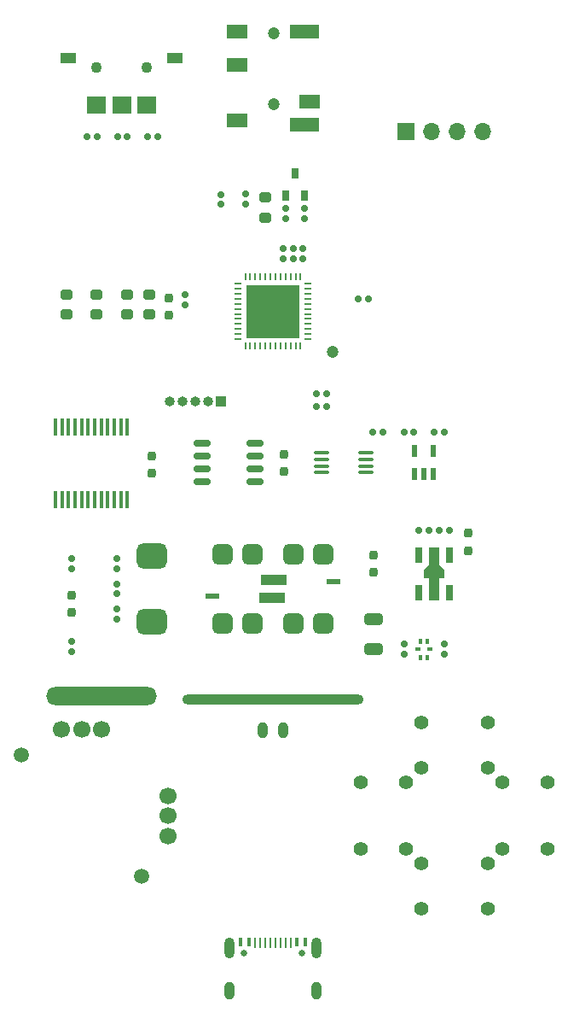
<source format=gts>
G04 #@! TF.GenerationSoftware,KiCad,Pcbnew,7.0.6*
G04 #@! TF.CreationDate,2023-09-14T19:31:32+09:00*
G04 #@! TF.ProjectId,SmaCon,536d6143-6f6e-42e6-9b69-6361645f7063,V2.0*
G04 #@! TF.SameCoordinates,Original*
G04 #@! TF.FileFunction,Soldermask,Top*
G04 #@! TF.FilePolarity,Negative*
%FSLAX46Y46*%
G04 Gerber Fmt 4.6, Leading zero omitted, Abs format (unit mm)*
G04 Created by KiCad (PCBNEW 7.0.6) date 2023-09-14 19:31:32*
%MOMM*%
%LPD*%
G01*
G04 APERTURE LIST*
G04 Aperture macros list*
%AMRoundRect*
0 Rectangle with rounded corners*
0 $1 Rounding radius*
0 $2 $3 $4 $5 $6 $7 $8 $9 X,Y pos of 4 corners*
0 Add a 4 corners polygon primitive as box body*
4,1,4,$2,$3,$4,$5,$6,$7,$8,$9,$2,$3,0*
0 Add four circle primitives for the rounded corners*
1,1,$1+$1,$2,$3*
1,1,$1+$1,$4,$5*
1,1,$1+$1,$6,$7*
1,1,$1+$1,$8,$9*
0 Add four rect primitives between the rounded corners*
20,1,$1+$1,$2,$3,$4,$5,0*
20,1,$1+$1,$4,$5,$6,$7,0*
20,1,$1+$1,$6,$7,$8,$9,0*
20,1,$1+$1,$8,$9,$2,$3,0*%
%AMFreePoly0*
4,1,13,0.900000,0.500000,2.600000,0.500000,2.600000,-0.500000,0.900000,-0.500000,0.400000,-1.000000,-0.400000,-1.000000,-0.400000,-0.500000,-2.600000,-0.500000,-2.600000,0.500000,-0.400000,0.500000,-0.400000,1.000000,0.400000,1.000000,0.900000,0.500000,0.900000,0.500000,$1*%
G04 Aperture macros list end*
%ADD10O,1.000000X1.800000*%
%ADD11C,0.650000*%
%ADD12O,1.000000X2.100000*%
%ADD13R,0.450000X0.940000*%
%ADD14R,0.203200X1.140000*%
%ADD15R,0.800000X0.203200*%
%ADD16R,0.203200X0.800000*%
%ADD17R,5.300000X5.300000*%
%ADD18RoundRect,0.150000X-0.150000X0.150000X-0.150000X-0.150000X0.150000X-0.150000X0.150000X0.150000X0*%
%ADD19RoundRect,0.200000X-0.200000X0.250000X-0.200000X-0.250000X0.200000X-0.250000X0.200000X0.250000X0*%
%ADD20R,0.800000X1.100000*%
%ADD21RoundRect,0.250000X0.350000X-0.250000X0.350000X0.250000X-0.350000X0.250000X-0.350000X-0.250000X0*%
%ADD22C,1.400000*%
%ADD23RoundRect,0.150000X-0.150000X-0.150000X0.150000X-0.150000X0.150000X0.150000X-0.150000X0.150000X0*%
%ADD24RoundRect,0.150000X0.150000X-0.150000X0.150000X0.150000X-0.150000X0.150000X-0.150000X-0.150000X0*%
%ADD25O,18.000000X1.000000*%
%ADD26RoundRect,0.625000X-0.875000X0.625000X-0.875000X-0.625000X0.875000X-0.625000X0.875000X0.625000X0*%
%ADD27O,11.000000X1.800000*%
%ADD28RoundRect,0.200000X0.200000X-0.250000X0.200000X0.250000X-0.200000X0.250000X-0.200000X-0.250000X0*%
%ADD29RoundRect,0.150000X0.150000X0.150000X-0.150000X0.150000X-0.150000X-0.150000X0.150000X-0.150000X0*%
%ADD30RoundRect,0.500000X0.500000X-0.500000X0.500000X0.500000X-0.500000X0.500000X-0.500000X-0.500000X0*%
%ADD31R,1.400000X0.600000*%
%ADD32R,2.500000X1.000000*%
%ADD33O,1.000000X1.600000*%
%ADD34R,0.700000X1.500000*%
%ADD35FreePoly0,90.000000*%
%ADD36C,1.100000*%
%ADD37R,1.900000X1.800000*%
%ADD38R,1.600000X1.100000*%
%ADD39R,0.500000X1.200000*%
%ADD40R,1.700000X1.700000*%
%ADD41O,1.700000X1.700000*%
%ADD42C,1.200000*%
%ADD43RoundRect,0.075000X-0.650000X-0.075000X0.650000X-0.075000X0.650000X0.075000X-0.650000X0.075000X0*%
%ADD44R,2.000000X1.400000*%
%ADD45R,3.000000X1.400000*%
%ADD46RoundRect,0.250000X-0.650000X0.325000X-0.650000X-0.325000X0.650000X-0.325000X0.650000X0.325000X0*%
%ADD47R,0.300000X1.750000*%
%ADD48R,1.000000X1.000000*%
%ADD49O,1.000000X1.000000*%
%ADD50R,0.300000X0.600000*%
%ADD51R,0.600000X0.300000*%
%ADD52RoundRect,0.150000X0.675000X0.150000X-0.675000X0.150000X-0.675000X-0.150000X0.675000X-0.150000X0*%
%ADD53C,1.500000*%
%ADD54C,1.700000*%
G04 APERTURE END LIST*
D10*
X-4320000Y-97325000D03*
D11*
X-2890000Y-93645000D03*
X2890000Y-93645000D03*
D12*
X4320000Y-93145000D03*
D10*
X4320000Y-97325000D03*
D13*
X-3200000Y-92475000D03*
X-2400000Y-92475000D03*
D14*
X-1250000Y-92575000D03*
X-250000Y-92575000D03*
X250000Y-92575000D03*
X1250000Y-92575000D03*
D13*
X2400000Y-92475000D03*
X3200000Y-92475000D03*
X3200000Y-92475000D03*
X2400000Y-92475000D03*
D14*
X1750000Y-92575000D03*
X750000Y-92575000D03*
X-750000Y-92575000D03*
X-1750000Y-92575000D03*
D13*
X-2400000Y-92475000D03*
X-3200000Y-92475000D03*
D12*
X-4320000Y-93145000D03*
D15*
X3450000Y-32750000D03*
X3450000Y-32250000D03*
X3450000Y-31750000D03*
X3450000Y-31250000D03*
X3450000Y-30750000D03*
X3450000Y-30250000D03*
X3450000Y-29750000D03*
X3450000Y-29250000D03*
X3450000Y-28750000D03*
X3450000Y-28250000D03*
X3450000Y-27750000D03*
X3450000Y-27250000D03*
D16*
X2750000Y-26550000D03*
X2250000Y-26550000D03*
X1750000Y-26550000D03*
X1250000Y-26550000D03*
X750000Y-26550000D03*
X250000Y-26550000D03*
X-250000Y-26550000D03*
X-750000Y-26550000D03*
X-1250000Y-26550000D03*
X-1750000Y-26550000D03*
X-2250000Y-26550000D03*
X-2750000Y-26550000D03*
D15*
X-3450000Y-27250000D03*
X-3450000Y-27750000D03*
X-3450000Y-28250000D03*
X-3450000Y-28750000D03*
X-3450000Y-29250000D03*
X-3450000Y-29750000D03*
X-3450000Y-30250000D03*
X-3450000Y-30750000D03*
X-3450000Y-31250000D03*
X-3450000Y-31750000D03*
X-3450000Y-32250000D03*
X-3450000Y-32750000D03*
D16*
X-2750000Y-33450000D03*
X-2250000Y-33450000D03*
X-1750000Y-33450000D03*
X-1250000Y-33450000D03*
X-750000Y-33450000D03*
X-250000Y-33450000D03*
X250000Y-33450000D03*
X750000Y-33450000D03*
X1250000Y-33450000D03*
X1750000Y-33450000D03*
X2250000Y-33450000D03*
D17*
X0Y-30000000D03*
D16*
X2750000Y-33450000D03*
D18*
X-15500000Y-54500000D03*
X-15500000Y-55500000D03*
D19*
X19400000Y-52000000D03*
X19400000Y-53700000D03*
D20*
X1250000Y-18500000D03*
X3150000Y-18500000D03*
X2200000Y-16300000D03*
D21*
X-17500000Y-30300000D03*
X-17500000Y-28300000D03*
D22*
X13250000Y-76700000D03*
X13250000Y-83300000D03*
X8750000Y-76700000D03*
X8750000Y-83300000D03*
D23*
X16000000Y-42000000D03*
X17000000Y-42000000D03*
D24*
X13000000Y-64000000D03*
X13000000Y-63000000D03*
X1000000Y-24800000D03*
X1000000Y-23800000D03*
D25*
X0Y-68500000D03*
D26*
X-12000000Y-54250000D03*
X-12000000Y-60750000D03*
D22*
X22750000Y-83300000D03*
X22750000Y-76700000D03*
X27250000Y-83300000D03*
X27250000Y-76700000D03*
D19*
X-12000000Y-44350000D03*
X-12000000Y-46050000D03*
D27*
X-17000000Y-68100000D03*
D28*
X-20000000Y-59850000D03*
X-20000000Y-58150000D03*
D23*
X14500000Y-51700000D03*
X15500000Y-51700000D03*
D24*
X-15500000Y-60500000D03*
X-15500000Y-59500000D03*
X2000000Y-24800000D03*
X2000000Y-23800000D03*
D22*
X14700000Y-84750000D03*
X21300000Y-84750000D03*
X14700000Y-89250000D03*
X21300000Y-89250000D03*
D24*
X-20000000Y-63700000D03*
X-20000000Y-62700000D03*
D28*
X-10300000Y-30350000D03*
X-10300000Y-28650000D03*
X1100000Y-45850000D03*
X1100000Y-44150000D03*
D29*
X10900000Y-42000000D03*
X9900000Y-42000000D03*
D30*
X-5000000Y-60900000D03*
X-2000000Y-60900000D03*
X2000000Y-60900000D03*
X5000000Y-60900000D03*
X-5000000Y-54100000D03*
X-2000000Y-54100000D03*
X2000000Y-54100000D03*
X5000000Y-54100000D03*
D31*
X6000000Y-56800000D03*
D32*
X100000Y-56600000D03*
X-100000Y-58400000D03*
D31*
X-6000000Y-58200000D03*
D33*
X-1000000Y-71500000D03*
X1000000Y-71500000D03*
D24*
X1250000Y-20800000D03*
X1250000Y-19800000D03*
X-2700000Y-19350000D03*
X-2700000Y-18350000D03*
D23*
X-12450000Y-12700000D03*
X-11450000Y-12700000D03*
D21*
X-800000Y-20700000D03*
X-800000Y-18700000D03*
D19*
X10000000Y-54150000D03*
X10000000Y-55850000D03*
D34*
X14500000Y-57850000D03*
D35*
X16000000Y-56000000D03*
D34*
X17500000Y-57850000D03*
X17500000Y-54150000D03*
X14500000Y-54150000D03*
D23*
X13000000Y-42000000D03*
X14000000Y-42000000D03*
D36*
X-17500000Y-5800000D03*
X-12500000Y-5800000D03*
D37*
X-17500000Y-9550000D03*
X-15000000Y-9550000D03*
X-12500000Y-9550000D03*
D38*
X-9700000Y-4900000D03*
X-20300000Y-4900000D03*
D39*
X14050000Y-46150000D03*
X15000000Y-46150000D03*
X15950000Y-46150000D03*
X15950000Y-43850000D03*
X14050000Y-43850000D03*
D23*
X4350000Y-39450000D03*
X5350000Y-39450000D03*
X4350000Y-38200000D03*
X5350000Y-38200000D03*
D21*
X-20500000Y-30300000D03*
X-20500000Y-28300000D03*
D40*
X13190000Y-12155000D03*
D41*
X15730000Y-12155000D03*
X18270000Y-12155000D03*
X20810000Y-12155000D03*
D21*
X-12300000Y-30300000D03*
X-12300000Y-28300000D03*
D18*
X-15500000Y-57000000D03*
X-15500000Y-58000000D03*
D42*
X5900000Y-34000000D03*
D18*
X3150000Y-19800000D03*
X3150000Y-20800000D03*
D43*
X4850000Y-44025000D03*
X4850000Y-44675000D03*
X4850000Y-45325000D03*
X4850000Y-45975000D03*
X9250000Y-45975000D03*
X9250000Y-45325000D03*
X9250000Y-44675000D03*
X9250000Y-44025000D03*
D18*
X-8750000Y-28350000D03*
X-8750000Y-29350000D03*
D42*
X50000Y-2425000D03*
X50000Y-9425000D03*
D44*
X-3550000Y-5525000D03*
X-3550000Y-11025000D03*
D45*
X3150000Y-2225000D03*
D44*
X-3550000Y-2225000D03*
X3650000Y-9225000D03*
D45*
X3150000Y-11525000D03*
D21*
X-14500000Y-30300000D03*
X-14500000Y-28300000D03*
D23*
X-15450000Y-12700000D03*
X-14450000Y-12700000D03*
D46*
X10000000Y-60525000D03*
X10000000Y-63475000D03*
D24*
X17000000Y-64000000D03*
X17000000Y-63000000D03*
X-5200000Y-19400000D03*
X-5200000Y-18400000D03*
X3000000Y-24800000D03*
X3000000Y-23800000D03*
D23*
X-18450000Y-12700000D03*
X-17450000Y-12700000D03*
D22*
X21300000Y-75250000D03*
X14700000Y-75250000D03*
X21300000Y-70750000D03*
X14700000Y-70750000D03*
D24*
X-20000000Y-55500000D03*
X-20000000Y-54500000D03*
D47*
X-14450000Y-41500000D03*
X-15100000Y-41500000D03*
X-15750000Y-41500000D03*
X-16400000Y-41500000D03*
X-17050000Y-41500000D03*
X-17700000Y-41500000D03*
X-18350000Y-41500000D03*
X-19000000Y-41500000D03*
X-19650000Y-41500000D03*
X-20300000Y-41500000D03*
X-20950000Y-41500000D03*
X-21600000Y-41500000D03*
X-21600000Y-48700000D03*
X-20950000Y-48700000D03*
X-20300000Y-48700000D03*
X-19650000Y-48700000D03*
X-19000000Y-48700000D03*
X-18350000Y-48700000D03*
X-17700000Y-48700000D03*
X-17050000Y-48700000D03*
X-16400000Y-48700000D03*
X-15750000Y-48700000D03*
X-15100000Y-48700000D03*
X-14450000Y-48700000D03*
D29*
X17500000Y-51700000D03*
X16500000Y-51700000D03*
D48*
X-5130000Y-38900000D03*
D49*
X-6400000Y-38900000D03*
X-7670000Y-38900000D03*
X-8940000Y-38900000D03*
X-10210000Y-38900000D03*
D23*
X8500000Y-28750000D03*
X9500000Y-28750000D03*
D50*
X15325000Y-64300000D03*
X14675000Y-64300000D03*
D51*
X14400000Y-63500000D03*
D50*
X14675000Y-62700000D03*
X15325000Y-62700000D03*
D51*
X15600000Y-63500000D03*
D52*
X-1800000Y-46905000D03*
X-1800000Y-45635000D03*
X-1800000Y-44365000D03*
X-1800000Y-43095000D03*
X-7050000Y-43095000D03*
X-7050000Y-44365000D03*
X-7050000Y-45635000D03*
X-7050000Y-46905000D03*
D53*
X-25000000Y-74000000D03*
X-13000000Y-86000000D03*
D54*
X-17000000Y-71400000D03*
X-19000000Y-71400000D03*
X-21000000Y-71400000D03*
X-10400000Y-82000000D03*
X-10400000Y-80000000D03*
X-10400000Y-78000000D03*
M02*

</source>
